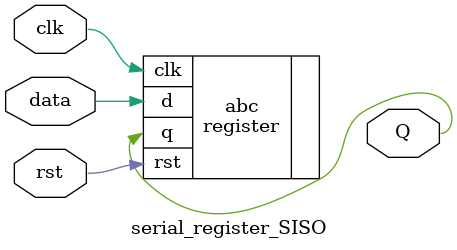
<source format=v>
module serial_register_SISO(
    input data,
    input clk,
    input rst,
    output Q
);
    register abc(
        .d(data),
        .clk(clk),
        .rst(rst),
        .q(Q)
    );

endmodule
</source>
